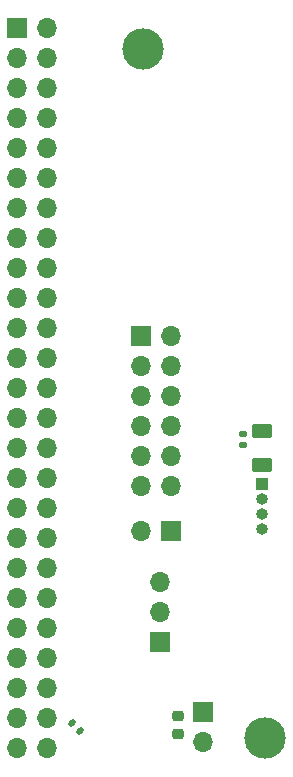
<source format=gbr>
%TF.GenerationSoftware,KiCad,Pcbnew,(6.0.4)*%
%TF.CreationDate,2023-05-23T13:29:10+09:00*%
%TF.ProjectId,BajieHeader,42616a69-6548-4656-9164-65722e6b6963,rev?*%
%TF.SameCoordinates,Original*%
%TF.FileFunction,Soldermask,Bot*%
%TF.FilePolarity,Negative*%
%FSLAX46Y46*%
G04 Gerber Fmt 4.6, Leading zero omitted, Abs format (unit mm)*
G04 Created by KiCad (PCBNEW (6.0.4)) date 2023-05-23 13:29:10*
%MOMM*%
%LPD*%
G01*
G04 APERTURE LIST*
G04 Aperture macros list*
%AMRoundRect*
0 Rectangle with rounded corners*
0 $1 Rounding radius*
0 $2 $3 $4 $5 $6 $7 $8 $9 X,Y pos of 4 corners*
0 Add a 4 corners polygon primitive as box body*
4,1,4,$2,$3,$4,$5,$6,$7,$8,$9,$2,$3,0*
0 Add four circle primitives for the rounded corners*
1,1,$1+$1,$2,$3*
1,1,$1+$1,$4,$5*
1,1,$1+$1,$6,$7*
1,1,$1+$1,$8,$9*
0 Add four rect primitives between the rounded corners*
20,1,$1+$1,$2,$3,$4,$5,0*
20,1,$1+$1,$4,$5,$6,$7,0*
20,1,$1+$1,$6,$7,$8,$9,0*
20,1,$1+$1,$8,$9,$2,$3,0*%
G04 Aperture macros list end*
%ADD10R,1.700000X1.700000*%
%ADD11O,1.700000X1.700000*%
%ADD12R,1.000000X1.000000*%
%ADD13O,1.000000X1.000000*%
%ADD14C,2.600000*%
%ADD15C,3.500000*%
%ADD16RoundRect,0.250000X-0.625000X0.375000X-0.625000X-0.375000X0.625000X-0.375000X0.625000X0.375000X0*%
%ADD17RoundRect,0.140000X0.219203X0.021213X0.021213X0.219203X-0.219203X-0.021213X-0.021213X-0.219203X0*%
%ADD18RoundRect,0.225000X0.250000X-0.225000X0.250000X0.225000X-0.250000X0.225000X-0.250000X-0.225000X0*%
%ADD19RoundRect,0.140000X-0.170000X0.140000X-0.170000X-0.140000X0.170000X-0.140000X0.170000X0.140000X0*%
G04 APERTURE END LIST*
D10*
%TO.C,J1*%
X78735000Y-57155000D03*
D11*
X81275000Y-57155000D03*
X78735000Y-59695000D03*
X81275000Y-59695000D03*
X78735000Y-62235000D03*
X81275000Y-62235000D03*
X78735000Y-64775000D03*
X81275000Y-64775000D03*
X78735000Y-67315000D03*
X81275000Y-67315000D03*
X78735000Y-69855000D03*
X81275000Y-69855000D03*
X78735000Y-72395000D03*
X81275000Y-72395000D03*
X78735000Y-74935000D03*
X81275000Y-74935000D03*
X78735000Y-77475000D03*
X81275000Y-77475000D03*
X78735000Y-80015000D03*
X81275000Y-80015000D03*
X78735000Y-82555000D03*
X81275000Y-82555000D03*
X78735000Y-85095000D03*
X81275000Y-85095000D03*
X78735000Y-87635000D03*
X81275000Y-87635000D03*
X78735000Y-90175000D03*
X81275000Y-90175000D03*
X78735000Y-92715000D03*
X81275000Y-92715000D03*
X78735000Y-95255000D03*
X81275000Y-95255000D03*
X78735000Y-97795000D03*
X81275000Y-97795000D03*
X78735000Y-100335000D03*
X81275000Y-100335000D03*
X78735000Y-102875000D03*
X81275000Y-102875000D03*
X78735000Y-105415000D03*
X81275000Y-105415000D03*
X78735000Y-107955000D03*
X81275000Y-107955000D03*
X78735000Y-110495000D03*
X81275000Y-110495000D03*
X78735000Y-113035000D03*
X81275000Y-113035000D03*
X78735000Y-115575000D03*
X81275000Y-115575000D03*
X78735000Y-118115000D03*
X81275000Y-118115000D03*
%TD*%
D10*
%TO.C,J7*%
X90855800Y-109067600D03*
D11*
X90855800Y-106527600D03*
X90855800Y-103987600D03*
%TD*%
D12*
%TO.C,J6*%
X99517200Y-95732600D03*
D13*
X99517200Y-97002600D03*
X99517200Y-98272600D03*
X99517200Y-99542600D03*
%TD*%
D14*
%TO.C,H2*%
X99771200Y-117221000D03*
D15*
X99771200Y-117221000D03*
%TD*%
D10*
%TO.C,J3*%
X89199800Y-83185000D03*
D11*
X91739800Y-83185000D03*
X89199800Y-85725000D03*
X91739800Y-85725000D03*
X89199800Y-88265000D03*
X91739800Y-88265000D03*
X89199800Y-90805000D03*
X91739800Y-90805000D03*
X89199800Y-93345000D03*
X91739800Y-93345000D03*
X89199800Y-95885000D03*
X91739800Y-95885000D03*
%TD*%
D15*
%TO.C,H1*%
X89433400Y-58902600D03*
D14*
X89433400Y-58902600D03*
%TD*%
D10*
%TO.C,J5*%
X91744800Y-99745800D03*
D11*
X89204800Y-99745800D03*
%TD*%
D10*
%TO.C,J4*%
X94462600Y-115011200D03*
D11*
X94462600Y-117551200D03*
%TD*%
D16*
%TO.C,F1*%
X99517200Y-91284600D03*
X99517200Y-94084600D03*
%TD*%
D17*
%TO.C,C1*%
X84057811Y-116671411D03*
X83378989Y-115992589D03*
%TD*%
D18*
%TO.C,C2*%
X92329000Y-116929200D03*
X92329000Y-115379200D03*
%TD*%
D19*
%TO.C,C13*%
X97840800Y-91493400D03*
X97840800Y-92453400D03*
%TD*%
M02*

</source>
